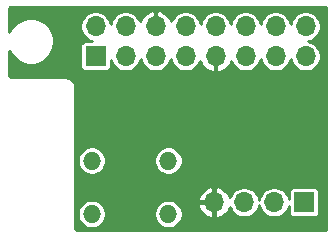
<source format=gbl>
%TF.GenerationSoftware,KiCad,Pcbnew,(5.1.6-0-10_14)*%
%TF.CreationDate,2020-11-28T15:25:20+01:00*%
%TF.ProjectId,Raspberry_Pi_Hat,52617370-6265-4727-9279-5f50695f4861,v1.0*%
%TF.SameCoordinates,Original*%
%TF.FileFunction,Copper,L2,Bot*%
%TF.FilePolarity,Positive*%
%FSLAX46Y46*%
G04 Gerber Fmt 4.6, Leading zero omitted, Abs format (unit mm)*
G04 Created by KiCad (PCBNEW (5.1.6-0-10_14)) date 2020-11-28 15:25:20*
%MOMM*%
%LPD*%
G01*
G04 APERTURE LIST*
%TA.AperFunction,ComponentPad*%
%ADD10O,1.524000X1.524000*%
%TD*%
%TA.AperFunction,ComponentPad*%
%ADD11R,1.700000X1.700000*%
%TD*%
%TA.AperFunction,ComponentPad*%
%ADD12O,1.700000X1.700000*%
%TD*%
%TA.AperFunction,ViaPad*%
%ADD13C,1.000000*%
%TD*%
%TA.AperFunction,ViaPad*%
%ADD14C,0.800000*%
%TD*%
%TA.AperFunction,Conductor*%
%ADD15C,0.254000*%
%TD*%
G04 APERTURE END LIST*
D10*
%TO.P,SW1,1*%
%TO.N,/3v3*%
X119329200Y-119862600D03*
X112826800Y-119862600D03*
%TO.P,SW1,2*%
%TO.N,/button_input*%
X119329200Y-115341400D03*
X112826800Y-115341400D03*
%TD*%
D11*
%TO.P,U1,1*%
%TO.N,/3v3*%
X130810000Y-118872000D03*
D12*
%TO.P,U1,2*%
%TO.N,Net-(J1-Pad11)*%
X128270000Y-118872000D03*
%TO.P,U1,3*%
%TO.N,Net-(U1-Pad3)*%
X125730000Y-118872000D03*
%TO.P,U1,4*%
%TO.N,GND*%
X123190000Y-118872000D03*
%TD*%
D11*
%TO.P,J1,1*%
%TO.N,/3v3*%
X113160000Y-106510000D03*
D12*
%TO.P,J1,2*%
%TO.N,Net-(J1-Pad2)*%
X113160000Y-103970000D03*
%TO.P,J1,3*%
%TO.N,Net-(J1-Pad3)*%
X115700000Y-106510000D03*
%TO.P,J1,4*%
%TO.N,Net-(J1-Pad4)*%
X115700000Y-103970000D03*
%TO.P,J1,5*%
%TO.N,Net-(J1-Pad5)*%
X118240000Y-106510000D03*
%TO.P,J1,6*%
%TO.N,GND*%
X118240000Y-103970000D03*
%TO.P,J1,7*%
%TO.N,Net-(J1-Pad7)*%
X120780000Y-106510000D03*
%TO.P,J1,8*%
%TO.N,/button_input*%
X120780000Y-103970000D03*
%TO.P,J1,9*%
%TO.N,GND*%
X123320000Y-106510000D03*
%TO.P,J1,10*%
%TO.N,Net-(J1-Pad10)*%
X123320000Y-103970000D03*
%TO.P,J1,11*%
%TO.N,Net-(J1-Pad11)*%
X125860000Y-106510000D03*
%TO.P,J1,12*%
%TO.N,Net-(J1-Pad12)*%
X125860000Y-103970000D03*
%TO.P,J1,13*%
%TO.N,Net-(J1-Pad13)*%
X128400000Y-106510000D03*
%TO.P,J1,14*%
%TO.N,Net-(J1-Pad14)*%
X128400000Y-103970000D03*
%TO.P,J1,15*%
%TO.N,Net-(J1-Pad15)*%
X130940000Y-106510000D03*
%TO.P,J1,16*%
%TO.N,Net-(J1-Pad16)*%
X130940000Y-103970000D03*
%TD*%
D13*
%TO.N,GND*%
X113284000Y-110998000D03*
D14*
X132080000Y-116332000D03*
%TD*%
D15*
%TO.N,GND*%
G36*
X132596893Y-102317078D02*
G01*
X132605452Y-102319662D01*
X132613343Y-102323858D01*
X132620268Y-102329506D01*
X132625964Y-102336391D01*
X132630215Y-102344253D01*
X132632859Y-102352794D01*
X132636000Y-102382678D01*
X132636001Y-121135487D01*
X132632921Y-121166896D01*
X132630337Y-121175454D01*
X132626144Y-121183341D01*
X132620494Y-121190268D01*
X132613609Y-121195964D01*
X132605747Y-121200215D01*
X132597206Y-121202859D01*
X132567322Y-121206000D01*
X111528503Y-121206000D01*
X111497104Y-121202921D01*
X111488546Y-121200337D01*
X111480659Y-121196144D01*
X111473732Y-121190494D01*
X111468036Y-121183609D01*
X111463785Y-121175747D01*
X111461141Y-121167206D01*
X111458000Y-121137322D01*
X111458000Y-119744706D01*
X111629800Y-119744706D01*
X111629800Y-119980494D01*
X111675800Y-120211752D01*
X111766032Y-120429592D01*
X111897029Y-120625643D01*
X112063757Y-120792371D01*
X112259808Y-120923368D01*
X112477648Y-121013600D01*
X112708906Y-121059600D01*
X112944694Y-121059600D01*
X113175952Y-121013600D01*
X113393792Y-120923368D01*
X113589843Y-120792371D01*
X113756571Y-120625643D01*
X113887568Y-120429592D01*
X113977800Y-120211752D01*
X114023800Y-119980494D01*
X114023800Y-119744706D01*
X118132200Y-119744706D01*
X118132200Y-119980494D01*
X118178200Y-120211752D01*
X118268432Y-120429592D01*
X118399429Y-120625643D01*
X118566157Y-120792371D01*
X118762208Y-120923368D01*
X118980048Y-121013600D01*
X119211306Y-121059600D01*
X119447094Y-121059600D01*
X119678352Y-121013600D01*
X119896192Y-120923368D01*
X120092243Y-120792371D01*
X120258971Y-120625643D01*
X120389968Y-120429592D01*
X120480200Y-120211752D01*
X120526200Y-119980494D01*
X120526200Y-119744706D01*
X120480200Y-119513448D01*
X120389968Y-119295608D01*
X120302284Y-119164379D01*
X121836210Y-119164379D01*
X121919263Y-119422872D01*
X122051150Y-119660196D01*
X122226802Y-119867230D01*
X122439469Y-120036018D01*
X122680979Y-120160073D01*
X122897621Y-120225787D01*
X123113000Y-120120879D01*
X123113000Y-118949000D01*
X121940889Y-118949000D01*
X121836210Y-119164379D01*
X120302284Y-119164379D01*
X120258971Y-119099557D01*
X120092243Y-118932829D01*
X119896192Y-118801832D01*
X119678352Y-118711600D01*
X119447094Y-118665600D01*
X119211306Y-118665600D01*
X118980048Y-118711600D01*
X118762208Y-118801832D01*
X118566157Y-118932829D01*
X118399429Y-119099557D01*
X118268432Y-119295608D01*
X118178200Y-119513448D01*
X118132200Y-119744706D01*
X114023800Y-119744706D01*
X113977800Y-119513448D01*
X113887568Y-119295608D01*
X113756571Y-119099557D01*
X113589843Y-118932829D01*
X113393792Y-118801832D01*
X113175952Y-118711600D01*
X112944694Y-118665600D01*
X112708906Y-118665600D01*
X112477648Y-118711600D01*
X112259808Y-118801832D01*
X112063757Y-118932829D01*
X111897029Y-119099557D01*
X111766032Y-119295608D01*
X111675800Y-119513448D01*
X111629800Y-119744706D01*
X111458000Y-119744706D01*
X111458000Y-118579621D01*
X121836210Y-118579621D01*
X121940889Y-118795000D01*
X123113000Y-118795000D01*
X123113000Y-117623121D01*
X123267000Y-117623121D01*
X123267000Y-118795000D01*
X123287000Y-118795000D01*
X123287000Y-118949000D01*
X123267000Y-118949000D01*
X123267000Y-120120879D01*
X123482379Y-120225787D01*
X123699021Y-120160073D01*
X123940531Y-120036018D01*
X124153198Y-119867230D01*
X124328850Y-119660196D01*
X124460737Y-119422872D01*
X124507289Y-119277984D01*
X124591247Y-119480676D01*
X124731875Y-119691140D01*
X124910860Y-119870125D01*
X125121324Y-120010753D01*
X125355179Y-120107619D01*
X125603439Y-120157000D01*
X125856561Y-120157000D01*
X126104821Y-120107619D01*
X126338676Y-120010753D01*
X126549140Y-119870125D01*
X126728125Y-119691140D01*
X126868753Y-119480676D01*
X126965619Y-119246821D01*
X127000000Y-119073973D01*
X127034381Y-119246821D01*
X127131247Y-119480676D01*
X127271875Y-119691140D01*
X127450860Y-119870125D01*
X127661324Y-120010753D01*
X127895179Y-120107619D01*
X128143439Y-120157000D01*
X128396561Y-120157000D01*
X128644821Y-120107619D01*
X128878676Y-120010753D01*
X129089140Y-119870125D01*
X129268125Y-119691140D01*
X129408753Y-119480676D01*
X129505619Y-119246821D01*
X129522896Y-119159962D01*
X129522896Y-119722000D01*
X129531295Y-119807275D01*
X129556169Y-119889272D01*
X129596561Y-119964842D01*
X129650921Y-120031079D01*
X129717158Y-120085439D01*
X129792728Y-120125831D01*
X129874725Y-120150705D01*
X129960000Y-120159104D01*
X131660000Y-120159104D01*
X131745275Y-120150705D01*
X131827272Y-120125831D01*
X131902842Y-120085439D01*
X131969079Y-120031079D01*
X132023439Y-119964842D01*
X132063831Y-119889272D01*
X132088705Y-119807275D01*
X132097104Y-119722000D01*
X132097104Y-118022000D01*
X132088705Y-117936725D01*
X132063831Y-117854728D01*
X132023439Y-117779158D01*
X131969079Y-117712921D01*
X131902842Y-117658561D01*
X131827272Y-117618169D01*
X131745275Y-117593295D01*
X131660000Y-117584896D01*
X129960000Y-117584896D01*
X129874725Y-117593295D01*
X129792728Y-117618169D01*
X129717158Y-117658561D01*
X129650921Y-117712921D01*
X129596561Y-117779158D01*
X129556169Y-117854728D01*
X129531295Y-117936725D01*
X129522896Y-118022000D01*
X129522896Y-118584038D01*
X129505619Y-118497179D01*
X129408753Y-118263324D01*
X129268125Y-118052860D01*
X129089140Y-117873875D01*
X128878676Y-117733247D01*
X128644821Y-117636381D01*
X128396561Y-117587000D01*
X128143439Y-117587000D01*
X127895179Y-117636381D01*
X127661324Y-117733247D01*
X127450860Y-117873875D01*
X127271875Y-118052860D01*
X127131247Y-118263324D01*
X127034381Y-118497179D01*
X127000000Y-118670027D01*
X126965619Y-118497179D01*
X126868753Y-118263324D01*
X126728125Y-118052860D01*
X126549140Y-117873875D01*
X126338676Y-117733247D01*
X126104821Y-117636381D01*
X125856561Y-117587000D01*
X125603439Y-117587000D01*
X125355179Y-117636381D01*
X125121324Y-117733247D01*
X124910860Y-117873875D01*
X124731875Y-118052860D01*
X124591247Y-118263324D01*
X124507289Y-118466016D01*
X124460737Y-118321128D01*
X124328850Y-118083804D01*
X124153198Y-117876770D01*
X123940531Y-117707982D01*
X123699021Y-117583927D01*
X123482379Y-117518213D01*
X123267000Y-117623121D01*
X123113000Y-117623121D01*
X122897621Y-117518213D01*
X122680979Y-117583927D01*
X122439469Y-117707982D01*
X122226802Y-117876770D01*
X122051150Y-118083804D01*
X121919263Y-118321128D01*
X121836210Y-118579621D01*
X111458000Y-118579621D01*
X111458000Y-115223506D01*
X111629800Y-115223506D01*
X111629800Y-115459294D01*
X111675800Y-115690552D01*
X111766032Y-115908392D01*
X111897029Y-116104443D01*
X112063757Y-116271171D01*
X112259808Y-116402168D01*
X112477648Y-116492400D01*
X112708906Y-116538400D01*
X112944694Y-116538400D01*
X113175952Y-116492400D01*
X113393792Y-116402168D01*
X113589843Y-116271171D01*
X113756571Y-116104443D01*
X113887568Y-115908392D01*
X113977800Y-115690552D01*
X114023800Y-115459294D01*
X114023800Y-115223506D01*
X118132200Y-115223506D01*
X118132200Y-115459294D01*
X118178200Y-115690552D01*
X118268432Y-115908392D01*
X118399429Y-116104443D01*
X118566157Y-116271171D01*
X118762208Y-116402168D01*
X118980048Y-116492400D01*
X119211306Y-116538400D01*
X119447094Y-116538400D01*
X119678352Y-116492400D01*
X119896192Y-116402168D01*
X120092243Y-116271171D01*
X120258971Y-116104443D01*
X120389968Y-115908392D01*
X120480200Y-115690552D01*
X120526200Y-115459294D01*
X120526200Y-115223506D01*
X120480200Y-114992248D01*
X120389968Y-114774408D01*
X120258971Y-114578357D01*
X120092243Y-114411629D01*
X119896192Y-114280632D01*
X119678352Y-114190400D01*
X119447094Y-114144400D01*
X119211306Y-114144400D01*
X118980048Y-114190400D01*
X118762208Y-114280632D01*
X118566157Y-114411629D01*
X118399429Y-114578357D01*
X118268432Y-114774408D01*
X118178200Y-114992248D01*
X118132200Y-115223506D01*
X114023800Y-115223506D01*
X113977800Y-114992248D01*
X113887568Y-114774408D01*
X113756571Y-114578357D01*
X113589843Y-114411629D01*
X113393792Y-114280632D01*
X113175952Y-114190400D01*
X112944694Y-114144400D01*
X112708906Y-114144400D01*
X112477648Y-114190400D01*
X112259808Y-114280632D01*
X112063757Y-114411629D01*
X111897029Y-114578357D01*
X111766032Y-114774408D01*
X111675800Y-114992248D01*
X111629800Y-115223506D01*
X111458000Y-115223506D01*
X111458000Y-109197410D01*
X111456073Y-109177841D01*
X111456094Y-109174761D01*
X111455468Y-109168368D01*
X111445104Y-109069767D01*
X111436724Y-109028944D01*
X111428908Y-108987974D01*
X111427052Y-108981825D01*
X111397734Y-108887115D01*
X111381572Y-108848668D01*
X111365960Y-108810028D01*
X111362945Y-108804356D01*
X111315790Y-108717144D01*
X111292467Y-108682566D01*
X111269646Y-108647692D01*
X111265587Y-108642715D01*
X111202390Y-108566323D01*
X111172843Y-108536982D01*
X111143637Y-108507158D01*
X111138688Y-108503064D01*
X111061857Y-108440402D01*
X111027131Y-108417330D01*
X110992729Y-108393775D01*
X110987079Y-108390720D01*
X110899540Y-108344175D01*
X110861012Y-108328295D01*
X110822675Y-108311864D01*
X110816539Y-108309964D01*
X110721626Y-108281308D01*
X110680760Y-108273217D01*
X110639948Y-108264542D01*
X110633560Y-108263870D01*
X110534889Y-108254195D01*
X110534875Y-108254195D01*
X110512590Y-108252000D01*
X105940503Y-108252000D01*
X105909104Y-108248921D01*
X105900546Y-108246337D01*
X105892659Y-108242144D01*
X105885732Y-108236494D01*
X105880036Y-108229609D01*
X105875785Y-108221747D01*
X105873141Y-108213206D01*
X105870000Y-108183322D01*
X105870000Y-106043491D01*
X105923796Y-106173366D01*
X106139439Y-106496099D01*
X106413901Y-106770561D01*
X106736634Y-106986204D01*
X107095236Y-107134742D01*
X107475926Y-107210466D01*
X107864074Y-107210466D01*
X108244764Y-107134742D01*
X108603366Y-106986204D01*
X108926099Y-106770561D01*
X109200561Y-106496099D01*
X109416204Y-106173366D01*
X109564742Y-105814764D01*
X109595526Y-105660000D01*
X111872896Y-105660000D01*
X111872896Y-107360000D01*
X111881295Y-107445275D01*
X111906169Y-107527272D01*
X111946561Y-107602842D01*
X112000921Y-107669079D01*
X112067158Y-107723439D01*
X112142728Y-107763831D01*
X112224725Y-107788705D01*
X112310000Y-107797104D01*
X114010000Y-107797104D01*
X114095275Y-107788705D01*
X114177272Y-107763831D01*
X114252842Y-107723439D01*
X114319079Y-107669079D01*
X114373439Y-107602842D01*
X114413831Y-107527272D01*
X114438705Y-107445275D01*
X114447104Y-107360000D01*
X114447104Y-106797962D01*
X114464381Y-106884821D01*
X114561247Y-107118676D01*
X114701875Y-107329140D01*
X114880860Y-107508125D01*
X115091324Y-107648753D01*
X115325179Y-107745619D01*
X115573439Y-107795000D01*
X115826561Y-107795000D01*
X116074821Y-107745619D01*
X116308676Y-107648753D01*
X116519140Y-107508125D01*
X116698125Y-107329140D01*
X116838753Y-107118676D01*
X116935619Y-106884821D01*
X116970000Y-106711973D01*
X117004381Y-106884821D01*
X117101247Y-107118676D01*
X117241875Y-107329140D01*
X117420860Y-107508125D01*
X117631324Y-107648753D01*
X117865179Y-107745619D01*
X118113439Y-107795000D01*
X118366561Y-107795000D01*
X118614821Y-107745619D01*
X118848676Y-107648753D01*
X119059140Y-107508125D01*
X119238125Y-107329140D01*
X119378753Y-107118676D01*
X119475619Y-106884821D01*
X119510000Y-106711973D01*
X119544381Y-106884821D01*
X119641247Y-107118676D01*
X119781875Y-107329140D01*
X119960860Y-107508125D01*
X120171324Y-107648753D01*
X120405179Y-107745619D01*
X120653439Y-107795000D01*
X120906561Y-107795000D01*
X121154821Y-107745619D01*
X121388676Y-107648753D01*
X121599140Y-107508125D01*
X121778125Y-107329140D01*
X121918753Y-107118676D01*
X122002711Y-106915984D01*
X122049263Y-107060872D01*
X122181150Y-107298196D01*
X122356802Y-107505230D01*
X122569469Y-107674018D01*
X122810979Y-107798073D01*
X123027621Y-107863787D01*
X123243000Y-107758879D01*
X123243000Y-106587000D01*
X123223000Y-106587000D01*
X123223000Y-106433000D01*
X123243000Y-106433000D01*
X123243000Y-106413000D01*
X123397000Y-106413000D01*
X123397000Y-106433000D01*
X123417000Y-106433000D01*
X123417000Y-106587000D01*
X123397000Y-106587000D01*
X123397000Y-107758879D01*
X123612379Y-107863787D01*
X123829021Y-107798073D01*
X124070531Y-107674018D01*
X124283198Y-107505230D01*
X124458850Y-107298196D01*
X124590737Y-107060872D01*
X124637289Y-106915984D01*
X124721247Y-107118676D01*
X124861875Y-107329140D01*
X125040860Y-107508125D01*
X125251324Y-107648753D01*
X125485179Y-107745619D01*
X125733439Y-107795000D01*
X125986561Y-107795000D01*
X126234821Y-107745619D01*
X126468676Y-107648753D01*
X126679140Y-107508125D01*
X126858125Y-107329140D01*
X126998753Y-107118676D01*
X127095619Y-106884821D01*
X127130000Y-106711973D01*
X127164381Y-106884821D01*
X127261247Y-107118676D01*
X127401875Y-107329140D01*
X127580860Y-107508125D01*
X127791324Y-107648753D01*
X128025179Y-107745619D01*
X128273439Y-107795000D01*
X128526561Y-107795000D01*
X128774821Y-107745619D01*
X129008676Y-107648753D01*
X129219140Y-107508125D01*
X129398125Y-107329140D01*
X129538753Y-107118676D01*
X129635619Y-106884821D01*
X129670000Y-106711973D01*
X129704381Y-106884821D01*
X129801247Y-107118676D01*
X129941875Y-107329140D01*
X130120860Y-107508125D01*
X130331324Y-107648753D01*
X130565179Y-107745619D01*
X130813439Y-107795000D01*
X131066561Y-107795000D01*
X131314821Y-107745619D01*
X131548676Y-107648753D01*
X131759140Y-107508125D01*
X131938125Y-107329140D01*
X132078753Y-107118676D01*
X132175619Y-106884821D01*
X132225000Y-106636561D01*
X132225000Y-106383439D01*
X132175619Y-106135179D01*
X132078753Y-105901324D01*
X131938125Y-105690860D01*
X131759140Y-105511875D01*
X131548676Y-105371247D01*
X131314821Y-105274381D01*
X131141973Y-105240000D01*
X131314821Y-105205619D01*
X131548676Y-105108753D01*
X131759140Y-104968125D01*
X131938125Y-104789140D01*
X132078753Y-104578676D01*
X132175619Y-104344821D01*
X132225000Y-104096561D01*
X132225000Y-103843439D01*
X132175619Y-103595179D01*
X132078753Y-103361324D01*
X131938125Y-103150860D01*
X131759140Y-102971875D01*
X131548676Y-102831247D01*
X131314821Y-102734381D01*
X131066561Y-102685000D01*
X130813439Y-102685000D01*
X130565179Y-102734381D01*
X130331324Y-102831247D01*
X130120860Y-102971875D01*
X129941875Y-103150860D01*
X129801247Y-103361324D01*
X129704381Y-103595179D01*
X129670000Y-103768027D01*
X129635619Y-103595179D01*
X129538753Y-103361324D01*
X129398125Y-103150860D01*
X129219140Y-102971875D01*
X129008676Y-102831247D01*
X128774821Y-102734381D01*
X128526561Y-102685000D01*
X128273439Y-102685000D01*
X128025179Y-102734381D01*
X127791324Y-102831247D01*
X127580860Y-102971875D01*
X127401875Y-103150860D01*
X127261247Y-103361324D01*
X127164381Y-103595179D01*
X127130000Y-103768027D01*
X127095619Y-103595179D01*
X126998753Y-103361324D01*
X126858125Y-103150860D01*
X126679140Y-102971875D01*
X126468676Y-102831247D01*
X126234821Y-102734381D01*
X125986561Y-102685000D01*
X125733439Y-102685000D01*
X125485179Y-102734381D01*
X125251324Y-102831247D01*
X125040860Y-102971875D01*
X124861875Y-103150860D01*
X124721247Y-103361324D01*
X124624381Y-103595179D01*
X124590000Y-103768027D01*
X124555619Y-103595179D01*
X124458753Y-103361324D01*
X124318125Y-103150860D01*
X124139140Y-102971875D01*
X123928676Y-102831247D01*
X123694821Y-102734381D01*
X123446561Y-102685000D01*
X123193439Y-102685000D01*
X122945179Y-102734381D01*
X122711324Y-102831247D01*
X122500860Y-102971875D01*
X122321875Y-103150860D01*
X122181247Y-103361324D01*
X122084381Y-103595179D01*
X122050000Y-103768027D01*
X122015619Y-103595179D01*
X121918753Y-103361324D01*
X121778125Y-103150860D01*
X121599140Y-102971875D01*
X121388676Y-102831247D01*
X121154821Y-102734381D01*
X120906561Y-102685000D01*
X120653439Y-102685000D01*
X120405179Y-102734381D01*
X120171324Y-102831247D01*
X119960860Y-102971875D01*
X119781875Y-103150860D01*
X119641247Y-103361324D01*
X119557289Y-103564016D01*
X119510737Y-103419128D01*
X119378850Y-103181804D01*
X119203198Y-102974770D01*
X118990531Y-102805982D01*
X118749021Y-102681927D01*
X118532379Y-102616213D01*
X118317000Y-102721121D01*
X118317000Y-103893000D01*
X118337000Y-103893000D01*
X118337000Y-104047000D01*
X118317000Y-104047000D01*
X118317000Y-104067000D01*
X118163000Y-104067000D01*
X118163000Y-104047000D01*
X118143000Y-104047000D01*
X118143000Y-103893000D01*
X118163000Y-103893000D01*
X118163000Y-102721121D01*
X117947621Y-102616213D01*
X117730979Y-102681927D01*
X117489469Y-102805982D01*
X117276802Y-102974770D01*
X117101150Y-103181804D01*
X116969263Y-103419128D01*
X116922711Y-103564016D01*
X116838753Y-103361324D01*
X116698125Y-103150860D01*
X116519140Y-102971875D01*
X116308676Y-102831247D01*
X116074821Y-102734381D01*
X115826561Y-102685000D01*
X115573439Y-102685000D01*
X115325179Y-102734381D01*
X115091324Y-102831247D01*
X114880860Y-102971875D01*
X114701875Y-103150860D01*
X114561247Y-103361324D01*
X114464381Y-103595179D01*
X114430000Y-103768027D01*
X114395619Y-103595179D01*
X114298753Y-103361324D01*
X114158125Y-103150860D01*
X113979140Y-102971875D01*
X113768676Y-102831247D01*
X113534821Y-102734381D01*
X113286561Y-102685000D01*
X113033439Y-102685000D01*
X112785179Y-102734381D01*
X112551324Y-102831247D01*
X112340860Y-102971875D01*
X112161875Y-103150860D01*
X112021247Y-103361324D01*
X111924381Y-103595179D01*
X111875000Y-103843439D01*
X111875000Y-104096561D01*
X111924381Y-104344821D01*
X112021247Y-104578676D01*
X112161875Y-104789140D01*
X112340860Y-104968125D01*
X112551324Y-105108753D01*
X112785179Y-105205619D01*
X112872038Y-105222896D01*
X112310000Y-105222896D01*
X112224725Y-105231295D01*
X112142728Y-105256169D01*
X112067158Y-105296561D01*
X112000921Y-105350921D01*
X111946561Y-105417158D01*
X111906169Y-105492728D01*
X111881295Y-105574725D01*
X111872896Y-105660000D01*
X109595526Y-105660000D01*
X109640466Y-105434074D01*
X109640466Y-105045926D01*
X109564742Y-104665236D01*
X109416204Y-104306634D01*
X109200561Y-103983901D01*
X108926099Y-103709439D01*
X108603366Y-103493796D01*
X108244764Y-103345258D01*
X107864074Y-103269534D01*
X107475926Y-103269534D01*
X107095236Y-103345258D01*
X106736634Y-103493796D01*
X106413901Y-103709439D01*
X106139439Y-103983901D01*
X105923796Y-104306634D01*
X105870000Y-104436509D01*
X105870000Y-102384501D01*
X105873078Y-102353107D01*
X105875662Y-102344548D01*
X105879858Y-102336657D01*
X105885506Y-102329732D01*
X105892391Y-102324036D01*
X105900253Y-102319785D01*
X105908794Y-102317141D01*
X105938678Y-102314000D01*
X132565499Y-102314000D01*
X132596893Y-102317078D01*
G37*
X132596893Y-102317078D02*
X132605452Y-102319662D01*
X132613343Y-102323858D01*
X132620268Y-102329506D01*
X132625964Y-102336391D01*
X132630215Y-102344253D01*
X132632859Y-102352794D01*
X132636000Y-102382678D01*
X132636001Y-121135487D01*
X132632921Y-121166896D01*
X132630337Y-121175454D01*
X132626144Y-121183341D01*
X132620494Y-121190268D01*
X132613609Y-121195964D01*
X132605747Y-121200215D01*
X132597206Y-121202859D01*
X132567322Y-121206000D01*
X111528503Y-121206000D01*
X111497104Y-121202921D01*
X111488546Y-121200337D01*
X111480659Y-121196144D01*
X111473732Y-121190494D01*
X111468036Y-121183609D01*
X111463785Y-121175747D01*
X111461141Y-121167206D01*
X111458000Y-121137322D01*
X111458000Y-119744706D01*
X111629800Y-119744706D01*
X111629800Y-119980494D01*
X111675800Y-120211752D01*
X111766032Y-120429592D01*
X111897029Y-120625643D01*
X112063757Y-120792371D01*
X112259808Y-120923368D01*
X112477648Y-121013600D01*
X112708906Y-121059600D01*
X112944694Y-121059600D01*
X113175952Y-121013600D01*
X113393792Y-120923368D01*
X113589843Y-120792371D01*
X113756571Y-120625643D01*
X113887568Y-120429592D01*
X113977800Y-120211752D01*
X114023800Y-119980494D01*
X114023800Y-119744706D01*
X118132200Y-119744706D01*
X118132200Y-119980494D01*
X118178200Y-120211752D01*
X118268432Y-120429592D01*
X118399429Y-120625643D01*
X118566157Y-120792371D01*
X118762208Y-120923368D01*
X118980048Y-121013600D01*
X119211306Y-121059600D01*
X119447094Y-121059600D01*
X119678352Y-121013600D01*
X119896192Y-120923368D01*
X120092243Y-120792371D01*
X120258971Y-120625643D01*
X120389968Y-120429592D01*
X120480200Y-120211752D01*
X120526200Y-119980494D01*
X120526200Y-119744706D01*
X120480200Y-119513448D01*
X120389968Y-119295608D01*
X120302284Y-119164379D01*
X121836210Y-119164379D01*
X121919263Y-119422872D01*
X122051150Y-119660196D01*
X122226802Y-119867230D01*
X122439469Y-120036018D01*
X122680979Y-120160073D01*
X122897621Y-120225787D01*
X123113000Y-120120879D01*
X123113000Y-118949000D01*
X121940889Y-118949000D01*
X121836210Y-119164379D01*
X120302284Y-119164379D01*
X120258971Y-119099557D01*
X120092243Y-118932829D01*
X119896192Y-118801832D01*
X119678352Y-118711600D01*
X119447094Y-118665600D01*
X119211306Y-118665600D01*
X118980048Y-118711600D01*
X118762208Y-118801832D01*
X118566157Y-118932829D01*
X118399429Y-119099557D01*
X118268432Y-119295608D01*
X118178200Y-119513448D01*
X118132200Y-119744706D01*
X114023800Y-119744706D01*
X113977800Y-119513448D01*
X113887568Y-119295608D01*
X113756571Y-119099557D01*
X113589843Y-118932829D01*
X113393792Y-118801832D01*
X113175952Y-118711600D01*
X112944694Y-118665600D01*
X112708906Y-118665600D01*
X112477648Y-118711600D01*
X112259808Y-118801832D01*
X112063757Y-118932829D01*
X111897029Y-119099557D01*
X111766032Y-119295608D01*
X111675800Y-119513448D01*
X111629800Y-119744706D01*
X111458000Y-119744706D01*
X111458000Y-118579621D01*
X121836210Y-118579621D01*
X121940889Y-118795000D01*
X123113000Y-118795000D01*
X123113000Y-117623121D01*
X123267000Y-117623121D01*
X123267000Y-118795000D01*
X123287000Y-118795000D01*
X123287000Y-118949000D01*
X123267000Y-118949000D01*
X123267000Y-120120879D01*
X123482379Y-120225787D01*
X123699021Y-120160073D01*
X123940531Y-120036018D01*
X124153198Y-119867230D01*
X124328850Y-119660196D01*
X124460737Y-119422872D01*
X124507289Y-119277984D01*
X124591247Y-119480676D01*
X124731875Y-119691140D01*
X124910860Y-119870125D01*
X125121324Y-120010753D01*
X125355179Y-120107619D01*
X125603439Y-120157000D01*
X125856561Y-120157000D01*
X126104821Y-120107619D01*
X126338676Y-120010753D01*
X126549140Y-119870125D01*
X126728125Y-119691140D01*
X126868753Y-119480676D01*
X126965619Y-119246821D01*
X127000000Y-119073973D01*
X127034381Y-119246821D01*
X127131247Y-119480676D01*
X127271875Y-119691140D01*
X127450860Y-119870125D01*
X127661324Y-120010753D01*
X127895179Y-120107619D01*
X128143439Y-120157000D01*
X128396561Y-120157000D01*
X128644821Y-120107619D01*
X128878676Y-120010753D01*
X129089140Y-119870125D01*
X129268125Y-119691140D01*
X129408753Y-119480676D01*
X129505619Y-119246821D01*
X129522896Y-119159962D01*
X129522896Y-119722000D01*
X129531295Y-119807275D01*
X129556169Y-119889272D01*
X129596561Y-119964842D01*
X129650921Y-120031079D01*
X129717158Y-120085439D01*
X129792728Y-120125831D01*
X129874725Y-120150705D01*
X129960000Y-120159104D01*
X131660000Y-120159104D01*
X131745275Y-120150705D01*
X131827272Y-120125831D01*
X131902842Y-120085439D01*
X131969079Y-120031079D01*
X132023439Y-119964842D01*
X132063831Y-119889272D01*
X132088705Y-119807275D01*
X132097104Y-119722000D01*
X132097104Y-118022000D01*
X132088705Y-117936725D01*
X132063831Y-117854728D01*
X132023439Y-117779158D01*
X131969079Y-117712921D01*
X131902842Y-117658561D01*
X131827272Y-117618169D01*
X131745275Y-117593295D01*
X131660000Y-117584896D01*
X129960000Y-117584896D01*
X129874725Y-117593295D01*
X129792728Y-117618169D01*
X129717158Y-117658561D01*
X129650921Y-117712921D01*
X129596561Y-117779158D01*
X129556169Y-117854728D01*
X129531295Y-117936725D01*
X129522896Y-118022000D01*
X129522896Y-118584038D01*
X129505619Y-118497179D01*
X129408753Y-118263324D01*
X129268125Y-118052860D01*
X129089140Y-117873875D01*
X128878676Y-117733247D01*
X128644821Y-117636381D01*
X128396561Y-117587000D01*
X128143439Y-117587000D01*
X127895179Y-117636381D01*
X127661324Y-117733247D01*
X127450860Y-117873875D01*
X127271875Y-118052860D01*
X127131247Y-118263324D01*
X127034381Y-118497179D01*
X127000000Y-118670027D01*
X126965619Y-118497179D01*
X126868753Y-118263324D01*
X126728125Y-118052860D01*
X126549140Y-117873875D01*
X126338676Y-117733247D01*
X126104821Y-117636381D01*
X125856561Y-117587000D01*
X125603439Y-117587000D01*
X125355179Y-117636381D01*
X125121324Y-117733247D01*
X124910860Y-117873875D01*
X124731875Y-118052860D01*
X124591247Y-118263324D01*
X124507289Y-118466016D01*
X124460737Y-118321128D01*
X124328850Y-118083804D01*
X124153198Y-117876770D01*
X123940531Y-117707982D01*
X123699021Y-117583927D01*
X123482379Y-117518213D01*
X123267000Y-117623121D01*
X123113000Y-117623121D01*
X122897621Y-117518213D01*
X122680979Y-117583927D01*
X122439469Y-117707982D01*
X122226802Y-117876770D01*
X122051150Y-118083804D01*
X121919263Y-118321128D01*
X121836210Y-118579621D01*
X111458000Y-118579621D01*
X111458000Y-115223506D01*
X111629800Y-115223506D01*
X111629800Y-115459294D01*
X111675800Y-115690552D01*
X111766032Y-115908392D01*
X111897029Y-116104443D01*
X112063757Y-116271171D01*
X112259808Y-116402168D01*
X112477648Y-116492400D01*
X112708906Y-116538400D01*
X112944694Y-116538400D01*
X113175952Y-116492400D01*
X113393792Y-116402168D01*
X113589843Y-116271171D01*
X113756571Y-116104443D01*
X113887568Y-115908392D01*
X113977800Y-115690552D01*
X114023800Y-115459294D01*
X114023800Y-115223506D01*
X118132200Y-115223506D01*
X118132200Y-115459294D01*
X118178200Y-115690552D01*
X118268432Y-115908392D01*
X118399429Y-116104443D01*
X118566157Y-116271171D01*
X118762208Y-116402168D01*
X118980048Y-116492400D01*
X119211306Y-116538400D01*
X119447094Y-116538400D01*
X119678352Y-116492400D01*
X119896192Y-116402168D01*
X120092243Y-116271171D01*
X120258971Y-116104443D01*
X120389968Y-115908392D01*
X120480200Y-115690552D01*
X120526200Y-115459294D01*
X120526200Y-115223506D01*
X120480200Y-114992248D01*
X120389968Y-114774408D01*
X120258971Y-114578357D01*
X120092243Y-114411629D01*
X119896192Y-114280632D01*
X119678352Y-114190400D01*
X119447094Y-114144400D01*
X119211306Y-114144400D01*
X118980048Y-114190400D01*
X118762208Y-114280632D01*
X118566157Y-114411629D01*
X118399429Y-114578357D01*
X118268432Y-114774408D01*
X118178200Y-114992248D01*
X118132200Y-115223506D01*
X114023800Y-115223506D01*
X113977800Y-114992248D01*
X113887568Y-114774408D01*
X113756571Y-114578357D01*
X113589843Y-114411629D01*
X113393792Y-114280632D01*
X113175952Y-114190400D01*
X112944694Y-114144400D01*
X112708906Y-114144400D01*
X112477648Y-114190400D01*
X112259808Y-114280632D01*
X112063757Y-114411629D01*
X111897029Y-114578357D01*
X111766032Y-114774408D01*
X111675800Y-114992248D01*
X111629800Y-115223506D01*
X111458000Y-115223506D01*
X111458000Y-109197410D01*
X111456073Y-109177841D01*
X111456094Y-109174761D01*
X111455468Y-109168368D01*
X111445104Y-109069767D01*
X111436724Y-109028944D01*
X111428908Y-108987974D01*
X111427052Y-108981825D01*
X111397734Y-108887115D01*
X111381572Y-108848668D01*
X111365960Y-108810028D01*
X111362945Y-108804356D01*
X111315790Y-108717144D01*
X111292467Y-108682566D01*
X111269646Y-108647692D01*
X111265587Y-108642715D01*
X111202390Y-108566323D01*
X111172843Y-108536982D01*
X111143637Y-108507158D01*
X111138688Y-108503064D01*
X111061857Y-108440402D01*
X111027131Y-108417330D01*
X110992729Y-108393775D01*
X110987079Y-108390720D01*
X110899540Y-108344175D01*
X110861012Y-108328295D01*
X110822675Y-108311864D01*
X110816539Y-108309964D01*
X110721626Y-108281308D01*
X110680760Y-108273217D01*
X110639948Y-108264542D01*
X110633560Y-108263870D01*
X110534889Y-108254195D01*
X110534875Y-108254195D01*
X110512590Y-108252000D01*
X105940503Y-108252000D01*
X105909104Y-108248921D01*
X105900546Y-108246337D01*
X105892659Y-108242144D01*
X105885732Y-108236494D01*
X105880036Y-108229609D01*
X105875785Y-108221747D01*
X105873141Y-108213206D01*
X105870000Y-108183322D01*
X105870000Y-106043491D01*
X105923796Y-106173366D01*
X106139439Y-106496099D01*
X106413901Y-106770561D01*
X106736634Y-106986204D01*
X107095236Y-107134742D01*
X107475926Y-107210466D01*
X107864074Y-107210466D01*
X108244764Y-107134742D01*
X108603366Y-106986204D01*
X108926099Y-106770561D01*
X109200561Y-106496099D01*
X109416204Y-106173366D01*
X109564742Y-105814764D01*
X109595526Y-105660000D01*
X111872896Y-105660000D01*
X111872896Y-107360000D01*
X111881295Y-107445275D01*
X111906169Y-107527272D01*
X111946561Y-107602842D01*
X112000921Y-107669079D01*
X112067158Y-107723439D01*
X112142728Y-107763831D01*
X112224725Y-107788705D01*
X112310000Y-107797104D01*
X114010000Y-107797104D01*
X114095275Y-107788705D01*
X114177272Y-107763831D01*
X114252842Y-107723439D01*
X114319079Y-107669079D01*
X114373439Y-107602842D01*
X114413831Y-107527272D01*
X114438705Y-107445275D01*
X114447104Y-107360000D01*
X114447104Y-106797962D01*
X114464381Y-106884821D01*
X114561247Y-107118676D01*
X114701875Y-107329140D01*
X114880860Y-107508125D01*
X115091324Y-107648753D01*
X115325179Y-107745619D01*
X115573439Y-107795000D01*
X115826561Y-107795000D01*
X116074821Y-107745619D01*
X116308676Y-107648753D01*
X116519140Y-107508125D01*
X116698125Y-107329140D01*
X116838753Y-107118676D01*
X116935619Y-106884821D01*
X116970000Y-106711973D01*
X117004381Y-106884821D01*
X117101247Y-107118676D01*
X117241875Y-107329140D01*
X117420860Y-107508125D01*
X117631324Y-107648753D01*
X117865179Y-107745619D01*
X118113439Y-107795000D01*
X118366561Y-107795000D01*
X118614821Y-107745619D01*
X118848676Y-107648753D01*
X119059140Y-107508125D01*
X119238125Y-107329140D01*
X119378753Y-107118676D01*
X119475619Y-106884821D01*
X119510000Y-106711973D01*
X119544381Y-106884821D01*
X119641247Y-107118676D01*
X119781875Y-107329140D01*
X119960860Y-107508125D01*
X120171324Y-107648753D01*
X120405179Y-107745619D01*
X120653439Y-107795000D01*
X120906561Y-107795000D01*
X121154821Y-107745619D01*
X121388676Y-107648753D01*
X121599140Y-107508125D01*
X121778125Y-107329140D01*
X121918753Y-107118676D01*
X122002711Y-106915984D01*
X122049263Y-107060872D01*
X122181150Y-107298196D01*
X122356802Y-107505230D01*
X122569469Y-107674018D01*
X122810979Y-107798073D01*
X123027621Y-107863787D01*
X123243000Y-107758879D01*
X123243000Y-106587000D01*
X123223000Y-106587000D01*
X123223000Y-106433000D01*
X123243000Y-106433000D01*
X123243000Y-106413000D01*
X123397000Y-106413000D01*
X123397000Y-106433000D01*
X123417000Y-106433000D01*
X123417000Y-106587000D01*
X123397000Y-106587000D01*
X123397000Y-107758879D01*
X123612379Y-107863787D01*
X123829021Y-107798073D01*
X124070531Y-107674018D01*
X124283198Y-107505230D01*
X124458850Y-107298196D01*
X124590737Y-107060872D01*
X124637289Y-106915984D01*
X124721247Y-107118676D01*
X124861875Y-107329140D01*
X125040860Y-107508125D01*
X125251324Y-107648753D01*
X125485179Y-107745619D01*
X125733439Y-107795000D01*
X125986561Y-107795000D01*
X126234821Y-107745619D01*
X126468676Y-107648753D01*
X126679140Y-107508125D01*
X126858125Y-107329140D01*
X126998753Y-107118676D01*
X127095619Y-106884821D01*
X127130000Y-106711973D01*
X127164381Y-106884821D01*
X127261247Y-107118676D01*
X127401875Y-107329140D01*
X127580860Y-107508125D01*
X127791324Y-107648753D01*
X128025179Y-107745619D01*
X128273439Y-107795000D01*
X128526561Y-107795000D01*
X128774821Y-107745619D01*
X129008676Y-107648753D01*
X129219140Y-107508125D01*
X129398125Y-107329140D01*
X129538753Y-107118676D01*
X129635619Y-106884821D01*
X129670000Y-106711973D01*
X129704381Y-106884821D01*
X129801247Y-107118676D01*
X129941875Y-107329140D01*
X130120860Y-107508125D01*
X130331324Y-107648753D01*
X130565179Y-107745619D01*
X130813439Y-107795000D01*
X131066561Y-107795000D01*
X131314821Y-107745619D01*
X131548676Y-107648753D01*
X131759140Y-107508125D01*
X131938125Y-107329140D01*
X132078753Y-107118676D01*
X132175619Y-106884821D01*
X132225000Y-106636561D01*
X132225000Y-106383439D01*
X132175619Y-106135179D01*
X132078753Y-105901324D01*
X131938125Y-105690860D01*
X131759140Y-105511875D01*
X131548676Y-105371247D01*
X131314821Y-105274381D01*
X131141973Y-105240000D01*
X131314821Y-105205619D01*
X131548676Y-105108753D01*
X131759140Y-104968125D01*
X131938125Y-104789140D01*
X132078753Y-104578676D01*
X132175619Y-104344821D01*
X132225000Y-104096561D01*
X132225000Y-103843439D01*
X132175619Y-103595179D01*
X132078753Y-103361324D01*
X131938125Y-103150860D01*
X131759140Y-102971875D01*
X131548676Y-102831247D01*
X131314821Y-102734381D01*
X131066561Y-102685000D01*
X130813439Y-102685000D01*
X130565179Y-102734381D01*
X130331324Y-102831247D01*
X130120860Y-102971875D01*
X129941875Y-103150860D01*
X129801247Y-103361324D01*
X129704381Y-103595179D01*
X129670000Y-103768027D01*
X129635619Y-103595179D01*
X129538753Y-103361324D01*
X129398125Y-103150860D01*
X129219140Y-102971875D01*
X129008676Y-102831247D01*
X128774821Y-102734381D01*
X128526561Y-102685000D01*
X128273439Y-102685000D01*
X128025179Y-102734381D01*
X127791324Y-102831247D01*
X127580860Y-102971875D01*
X127401875Y-103150860D01*
X127261247Y-103361324D01*
X127164381Y-103595179D01*
X127130000Y-103768027D01*
X127095619Y-103595179D01*
X126998753Y-103361324D01*
X126858125Y-103150860D01*
X126679140Y-102971875D01*
X126468676Y-102831247D01*
X126234821Y-102734381D01*
X125986561Y-102685000D01*
X125733439Y-102685000D01*
X125485179Y-102734381D01*
X125251324Y-102831247D01*
X125040860Y-102971875D01*
X124861875Y-103150860D01*
X124721247Y-103361324D01*
X124624381Y-103595179D01*
X124590000Y-103768027D01*
X124555619Y-103595179D01*
X124458753Y-103361324D01*
X124318125Y-103150860D01*
X124139140Y-102971875D01*
X123928676Y-102831247D01*
X123694821Y-102734381D01*
X123446561Y-102685000D01*
X123193439Y-102685000D01*
X122945179Y-102734381D01*
X122711324Y-102831247D01*
X122500860Y-102971875D01*
X122321875Y-103150860D01*
X122181247Y-103361324D01*
X122084381Y-103595179D01*
X122050000Y-103768027D01*
X122015619Y-103595179D01*
X121918753Y-103361324D01*
X121778125Y-103150860D01*
X121599140Y-102971875D01*
X121388676Y-102831247D01*
X121154821Y-102734381D01*
X120906561Y-102685000D01*
X120653439Y-102685000D01*
X120405179Y-102734381D01*
X120171324Y-102831247D01*
X119960860Y-102971875D01*
X119781875Y-103150860D01*
X119641247Y-103361324D01*
X119557289Y-103564016D01*
X119510737Y-103419128D01*
X119378850Y-103181804D01*
X119203198Y-102974770D01*
X118990531Y-102805982D01*
X118749021Y-102681927D01*
X118532379Y-102616213D01*
X118317000Y-102721121D01*
X118317000Y-103893000D01*
X118337000Y-103893000D01*
X118337000Y-104047000D01*
X118317000Y-104047000D01*
X118317000Y-104067000D01*
X118163000Y-104067000D01*
X118163000Y-104047000D01*
X118143000Y-104047000D01*
X118143000Y-103893000D01*
X118163000Y-103893000D01*
X118163000Y-102721121D01*
X117947621Y-102616213D01*
X117730979Y-102681927D01*
X117489469Y-102805982D01*
X117276802Y-102974770D01*
X117101150Y-103181804D01*
X116969263Y-103419128D01*
X116922711Y-103564016D01*
X116838753Y-103361324D01*
X116698125Y-103150860D01*
X116519140Y-102971875D01*
X116308676Y-102831247D01*
X116074821Y-102734381D01*
X115826561Y-102685000D01*
X115573439Y-102685000D01*
X115325179Y-102734381D01*
X115091324Y-102831247D01*
X114880860Y-102971875D01*
X114701875Y-103150860D01*
X114561247Y-103361324D01*
X114464381Y-103595179D01*
X114430000Y-103768027D01*
X114395619Y-103595179D01*
X114298753Y-103361324D01*
X114158125Y-103150860D01*
X113979140Y-102971875D01*
X113768676Y-102831247D01*
X113534821Y-102734381D01*
X113286561Y-102685000D01*
X113033439Y-102685000D01*
X112785179Y-102734381D01*
X112551324Y-102831247D01*
X112340860Y-102971875D01*
X112161875Y-103150860D01*
X112021247Y-103361324D01*
X111924381Y-103595179D01*
X111875000Y-103843439D01*
X111875000Y-104096561D01*
X111924381Y-104344821D01*
X112021247Y-104578676D01*
X112161875Y-104789140D01*
X112340860Y-104968125D01*
X112551324Y-105108753D01*
X112785179Y-105205619D01*
X112872038Y-105222896D01*
X112310000Y-105222896D01*
X112224725Y-105231295D01*
X112142728Y-105256169D01*
X112067158Y-105296561D01*
X112000921Y-105350921D01*
X111946561Y-105417158D01*
X111906169Y-105492728D01*
X111881295Y-105574725D01*
X111872896Y-105660000D01*
X109595526Y-105660000D01*
X109640466Y-105434074D01*
X109640466Y-105045926D01*
X109564742Y-104665236D01*
X109416204Y-104306634D01*
X109200561Y-103983901D01*
X108926099Y-103709439D01*
X108603366Y-103493796D01*
X108244764Y-103345258D01*
X107864074Y-103269534D01*
X107475926Y-103269534D01*
X107095236Y-103345258D01*
X106736634Y-103493796D01*
X106413901Y-103709439D01*
X106139439Y-103983901D01*
X105923796Y-104306634D01*
X105870000Y-104436509D01*
X105870000Y-102384501D01*
X105873078Y-102353107D01*
X105875662Y-102344548D01*
X105879858Y-102336657D01*
X105885506Y-102329732D01*
X105892391Y-102324036D01*
X105900253Y-102319785D01*
X105908794Y-102317141D01*
X105938678Y-102314000D01*
X132565499Y-102314000D01*
X132596893Y-102317078D01*
%TD*%
M02*

</source>
